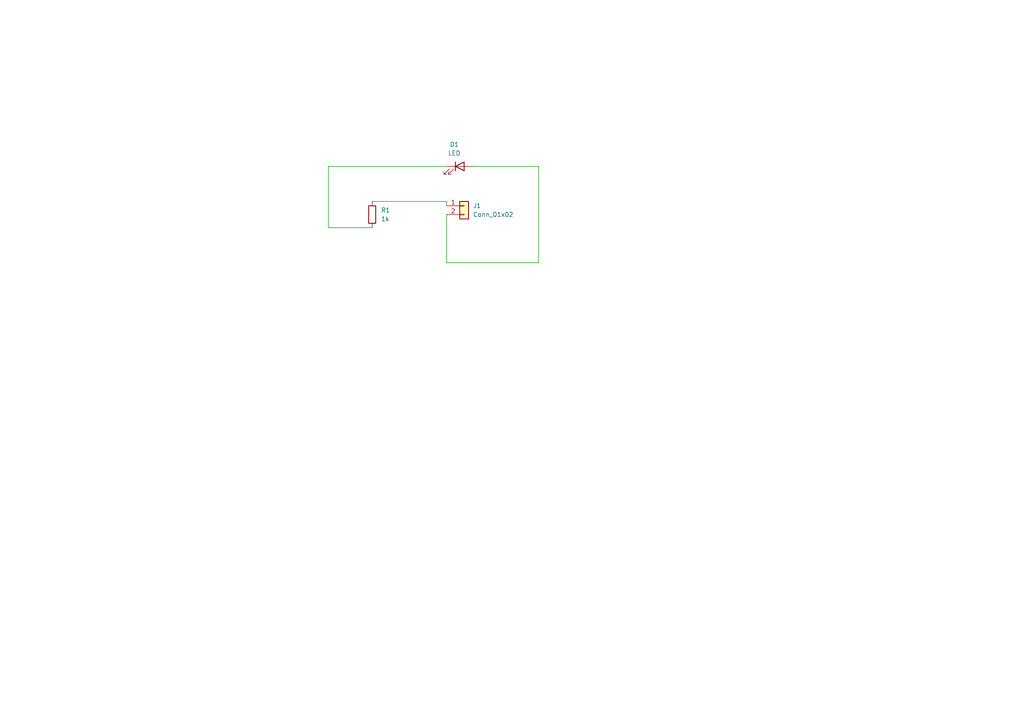
<source format=kicad_sch>
(kicad_sch
	(version 20231120)
	(generator "eeschema")
	(generator_version "8.0")
	(uuid "ff5a3684-db06-495a-8c15-47b2e4db531a")
	(paper "A4")
	(lib_symbols
		(symbol "Connector_Generic:Conn_01x02"
			(pin_names
				(offset 1.016) hide)
			(exclude_from_sim no)
			(in_bom yes)
			(on_board yes)
			(property "Reference" "J"
				(at 0 2.54 0)
				(effects
					(font
						(size 1.27 1.27)
					)
				)
			)
			(property "Value" "Conn_01x02"
				(at 0 -5.08 0)
				(effects
					(font
						(size 1.27 1.27)
					)
				)
			)
			(property "Footprint" ""
				(at 0 0 0)
				(effects
					(font
						(size 1.27 1.27)
					)
					(hide yes)
				)
			)
			(property "Datasheet" "~"
				(at 0 0 0)
				(effects
					(font
						(size 1.27 1.27)
					)
					(hide yes)
				)
			)
			(property "Description" "Generic connector, single row, 01x02, script generated (kicad-library-utils/schlib/autogen/connector/)"
				(at 0 0 0)
				(effects
					(font
						(size 1.27 1.27)
					)
					(hide yes)
				)
			)
			(property "ki_keywords" "connector"
				(at 0 0 0)
				(effects
					(font
						(size 1.27 1.27)
					)
					(hide yes)
				)
			)
			(property "ki_fp_filters" "Connector*:*_1x??_*"
				(at 0 0 0)
				(effects
					(font
						(size 1.27 1.27)
					)
					(hide yes)
				)
			)
			(symbol "Conn_01x02_1_1"
				(rectangle
					(start -1.27 -2.413)
					(end 0 -2.667)
					(stroke
						(width 0.1524)
						(type default)
					)
					(fill
						(type none)
					)
				)
				(rectangle
					(start -1.27 0.127)
					(end 0 -0.127)
					(stroke
						(width 0.1524)
						(type default)
					)
					(fill
						(type none)
					)
				)
				(rectangle
					(start -1.27 1.27)
					(end 1.27 -3.81)
					(stroke
						(width 0.254)
						(type default)
					)
					(fill
						(type background)
					)
				)
				(pin passive line
					(at -5.08 0 0)
					(length 3.81)
					(name "Pin_1"
						(effects
							(font
								(size 1.27 1.27)
							)
						)
					)
					(number "1"
						(effects
							(font
								(size 1.27 1.27)
							)
						)
					)
				)
				(pin passive line
					(at -5.08 -2.54 0)
					(length 3.81)
					(name "Pin_2"
						(effects
							(font
								(size 1.27 1.27)
							)
						)
					)
					(number "2"
						(effects
							(font
								(size 1.27 1.27)
							)
						)
					)
				)
			)
		)
		(symbol "Device:LED"
			(pin_numbers hide)
			(pin_names
				(offset 1.016) hide)
			(exclude_from_sim no)
			(in_bom yes)
			(on_board yes)
			(property "Reference" "D"
				(at 0 2.54 0)
				(effects
					(font
						(size 1.27 1.27)
					)
				)
			)
			(property "Value" "LED"
				(at 0 -2.54 0)
				(effects
					(font
						(size 1.27 1.27)
					)
				)
			)
			(property "Footprint" ""
				(at 0 0 0)
				(effects
					(font
						(size 1.27 1.27)
					)
					(hide yes)
				)
			)
			(property "Datasheet" "~"
				(at 0 0 0)
				(effects
					(font
						(size 1.27 1.27)
					)
					(hide yes)
				)
			)
			(property "Description" "Light emitting diode"
				(at 0 0 0)
				(effects
					(font
						(size 1.27 1.27)
					)
					(hide yes)
				)
			)
			(property "ki_keywords" "LED diode"
				(at 0 0 0)
				(effects
					(font
						(size 1.27 1.27)
					)
					(hide yes)
				)
			)
			(property "ki_fp_filters" "LED* LED_SMD:* LED_THT:*"
				(at 0 0 0)
				(effects
					(font
						(size 1.27 1.27)
					)
					(hide yes)
				)
			)
			(symbol "LED_0_1"
				(polyline
					(pts
						(xy -1.27 -1.27) (xy -1.27 1.27)
					)
					(stroke
						(width 0.254)
						(type default)
					)
					(fill
						(type none)
					)
				)
				(polyline
					(pts
						(xy -1.27 0) (xy 1.27 0)
					)
					(stroke
						(width 0)
						(type default)
					)
					(fill
						(type none)
					)
				)
				(polyline
					(pts
						(xy 1.27 -1.27) (xy 1.27 1.27) (xy -1.27 0) (xy 1.27 -1.27)
					)
					(stroke
						(width 0.254)
						(type default)
					)
					(fill
						(type none)
					)
				)
				(polyline
					(pts
						(xy -3.048 -0.762) (xy -4.572 -2.286) (xy -3.81 -2.286) (xy -4.572 -2.286) (xy -4.572 -1.524)
					)
					(stroke
						(width 0)
						(type default)
					)
					(fill
						(type none)
					)
				)
				(polyline
					(pts
						(xy -1.778 -0.762) (xy -3.302 -2.286) (xy -2.54 -2.286) (xy -3.302 -2.286) (xy -3.302 -1.524)
					)
					(stroke
						(width 0)
						(type default)
					)
					(fill
						(type none)
					)
				)
			)
			(symbol "LED_1_1"
				(pin passive line
					(at -3.81 0 0)
					(length 2.54)
					(name "K"
						(effects
							(font
								(size 1.27 1.27)
							)
						)
					)
					(number "1"
						(effects
							(font
								(size 1.27 1.27)
							)
						)
					)
				)
				(pin passive line
					(at 3.81 0 180)
					(length 2.54)
					(name "A"
						(effects
							(font
								(size 1.27 1.27)
							)
						)
					)
					(number "2"
						(effects
							(font
								(size 1.27 1.27)
							)
						)
					)
				)
			)
		)
		(symbol "Device:R"
			(pin_numbers hide)
			(pin_names
				(offset 0)
			)
			(exclude_from_sim no)
			(in_bom yes)
			(on_board yes)
			(property "Reference" "R"
				(at 2.032 0 90)
				(effects
					(font
						(size 1.27 1.27)
					)
				)
			)
			(property "Value" "R"
				(at 0 0 90)
				(effects
					(font
						(size 1.27 1.27)
					)
				)
			)
			(property "Footprint" ""
				(at -1.778 0 90)
				(effects
					(font
						(size 1.27 1.27)
					)
					(hide yes)
				)
			)
			(property "Datasheet" "~"
				(at 0 0 0)
				(effects
					(font
						(size 1.27 1.27)
					)
					(hide yes)
				)
			)
			(property "Description" "Resistor"
				(at 0 0 0)
				(effects
					(font
						(size 1.27 1.27)
					)
					(hide yes)
				)
			)
			(property "ki_keywords" "R res resistor"
				(at 0 0 0)
				(effects
					(font
						(size 1.27 1.27)
					)
					(hide yes)
				)
			)
			(property "ki_fp_filters" "R_*"
				(at 0 0 0)
				(effects
					(font
						(size 1.27 1.27)
					)
					(hide yes)
				)
			)
			(symbol "R_0_1"
				(rectangle
					(start -1.016 -2.54)
					(end 1.016 2.54)
					(stroke
						(width 0.254)
						(type default)
					)
					(fill
						(type none)
					)
				)
			)
			(symbol "R_1_1"
				(pin passive line
					(at 0 3.81 270)
					(length 1.27)
					(name "~"
						(effects
							(font
								(size 1.27 1.27)
							)
						)
					)
					(number "1"
						(effects
							(font
								(size 1.27 1.27)
							)
						)
					)
				)
				(pin passive line
					(at 0 -3.81 90)
					(length 1.27)
					(name "~"
						(effects
							(font
								(size 1.27 1.27)
							)
						)
					)
					(number "2"
						(effects
							(font
								(size 1.27 1.27)
							)
						)
					)
				)
			)
		)
	)
	(wire
		(pts
			(xy 107.95 58.42) (xy 129.54 58.42)
		)
		(stroke
			(width 0)
			(type default)
		)
		(uuid "2d72030b-a8e0-4330-a589-89bcfcd23450")
	)
	(wire
		(pts
			(xy 129.54 76.2) (xy 129.54 62.23)
		)
		(stroke
			(width 0)
			(type default)
		)
		(uuid "5c179883-ce5a-4c0f-ae32-34c98ff4528f")
	)
	(wire
		(pts
			(xy 95.25 66.04) (xy 95.25 48.26)
		)
		(stroke
			(width 0)
			(type default)
		)
		(uuid "5d175582-14bf-46ef-8065-66c4f79a4f7d")
	)
	(wire
		(pts
			(xy 129.54 58.42) (xy 129.54 59.69)
		)
		(stroke
			(width 0)
			(type default)
		)
		(uuid "b4bf7f92-55f1-4ff0-bd84-e35672ac69b2")
	)
	(wire
		(pts
			(xy 95.25 48.26) (xy 129.54 48.26)
		)
		(stroke
			(width 0)
			(type default)
		)
		(uuid "c6c0f9ce-0c83-4b6b-bd97-3a8098cd01c7")
	)
	(wire
		(pts
			(xy 156.21 48.26) (xy 156.21 76.2)
		)
		(stroke
			(width 0)
			(type default)
		)
		(uuid "cc75cf90-b908-41fc-a61e-be8bbe903556")
	)
	(wire
		(pts
			(xy 107.95 66.04) (xy 95.25 66.04)
		)
		(stroke
			(width 0)
			(type default)
		)
		(uuid "e7f3e6f9-8ff1-40e7-9161-7e17d9d9e77e")
	)
	(wire
		(pts
			(xy 156.21 76.2) (xy 129.54 76.2)
		)
		(stroke
			(width 0)
			(type default)
		)
		(uuid "ed18f238-d889-4ac3-8b55-55978cf44355")
	)
	(wire
		(pts
			(xy 137.16 48.26) (xy 156.21 48.26)
		)
		(stroke
			(width 0)
			(type default)
		)
		(uuid "fcbc3aeb-649e-4899-86e0-737bac8ef90c")
	)
	(symbol
		(lib_id "Device:R")
		(at 107.95 62.23 0)
		(unit 1)
		(exclude_from_sim no)
		(in_bom yes)
		(on_board yes)
		(dnp no)
		(fields_autoplaced yes)
		(uuid "24c7636a-e73a-4d5d-90c3-18062c48735e")
		(property "Reference" "R1"
			(at 110.49 60.9599 0)
			(effects
				(font
					(size 1.27 1.27)
				)
				(justify left)
			)
		)
		(property "Value" "1k"
			(at 110.49 63.4999 0)
			(effects
				(font
					(size 1.27 1.27)
				)
				(justify left)
			)
		)
		(property "Footprint" "Resistor_THT:R_Axial_DIN0207_L6.3mm_D2.5mm_P7.62mm_Horizontal"
			(at 106.172 62.23 90)
			(effects
				(font
					(size 1.27 1.27)
				)
				(hide yes)
			)
		)
		(property "Datasheet" "~"
			(at 107.95 62.23 0)
			(effects
				(font
					(size 1.27 1.27)
				)
				(hide yes)
			)
		)
		(property "Description" "Resistor"
			(at 107.95 62.23 0)
			(effects
				(font
					(size 1.27 1.27)
				)
				(hide yes)
			)
		)
		(pin "1"
			(uuid "8df0e724-2fc0-49f5-992d-063fc4bb030c")
		)
		(pin "2"
			(uuid "2cf201ed-9c39-48c5-b46f-7e8f1725a132")
		)
		(instances
			(project ""
				(path "/ff5a3684-db06-495a-8c15-47b2e4db531a"
					(reference "R1")
					(unit 1)
				)
			)
		)
	)
	(symbol
		(lib_id "Connector_Generic:Conn_01x02")
		(at 134.62 59.69 0)
		(unit 1)
		(exclude_from_sim no)
		(in_bom yes)
		(on_board yes)
		(dnp no)
		(fields_autoplaced yes)
		(uuid "3f2b684a-a214-43fa-90bf-0ae633a0b9bd")
		(property "Reference" "J1"
			(at 137.16 59.6899 0)
			(effects
				(font
					(size 1.27 1.27)
				)
				(justify left)
			)
		)
		(property "Value" "Conn_01x02"
			(at 137.16 62.2299 0)
			(effects
				(font
					(size 1.27 1.27)
				)
				(justify left)
			)
		)
		(property "Footprint" "Connector_JST:JST_PH_S2B-PH-K_1x02_P2.00mm_Horizontal"
			(at 134.62 59.69 0)
			(effects
				(font
					(size 1.27 1.27)
				)
				(hide yes)
			)
		)
		(property "Datasheet" "~"
			(at 134.62 59.69 0)
			(effects
				(font
					(size 1.27 1.27)
				)
				(hide yes)
			)
		)
		(property "Description" "Generic connector, single row, 01x02, script generated (kicad-library-utils/schlib/autogen/connector/)"
			(at 134.62 59.69 0)
			(effects
				(font
					(size 1.27 1.27)
				)
				(hide yes)
			)
		)
		(pin "1"
			(uuid "04c7197f-5668-497b-8795-f400d0e07281")
		)
		(pin "2"
			(uuid "ab0dea19-f36f-4ee9-a5b1-780b79566af9")
		)
		(instances
			(project ""
				(path "/ff5a3684-db06-495a-8c15-47b2e4db531a"
					(reference "J1")
					(unit 1)
				)
			)
		)
	)
	(symbol
		(lib_id "Device:LED")
		(at 133.35 48.26 0)
		(unit 1)
		(exclude_from_sim no)
		(in_bom yes)
		(on_board yes)
		(dnp no)
		(fields_autoplaced yes)
		(uuid "7c2a215d-c216-4294-9a91-64685158c401")
		(property "Reference" "D1"
			(at 131.7625 41.91 0)
			(effects
				(font
					(size 1.27 1.27)
				)
			)
		)
		(property "Value" "LED"
			(at 131.7625 44.45 0)
			(effects
				(font
					(size 1.27 1.27)
				)
			)
		)
		(property "Footprint" "LED_THT:LED_D3.0mm"
			(at 133.35 48.26 0)
			(effects
				(font
					(size 1.27 1.27)
				)
				(hide yes)
			)
		)
		(property "Datasheet" "~"
			(at 133.35 48.26 0)
			(effects
				(font
					(size 1.27 1.27)
				)
				(hide yes)
			)
		)
		(property "Description" "Light emitting diode"
			(at 133.35 48.26 0)
			(effects
				(font
					(size 1.27 1.27)
				)
				(hide yes)
			)
		)
		(pin "1"
			(uuid "a866c609-1f8c-43c8-a4a3-d8b0510ccb09")
		)
		(pin "2"
			(uuid "0def11a9-78c8-4c74-840f-0e3b4e0fb014")
		)
		(instances
			(project ""
				(path "/ff5a3684-db06-495a-8c15-47b2e4db531a"
					(reference "D1")
					(unit 1)
				)
			)
		)
	)
	(sheet_instances
		(path "/"
			(page "1")
		)
	)
)

</source>
